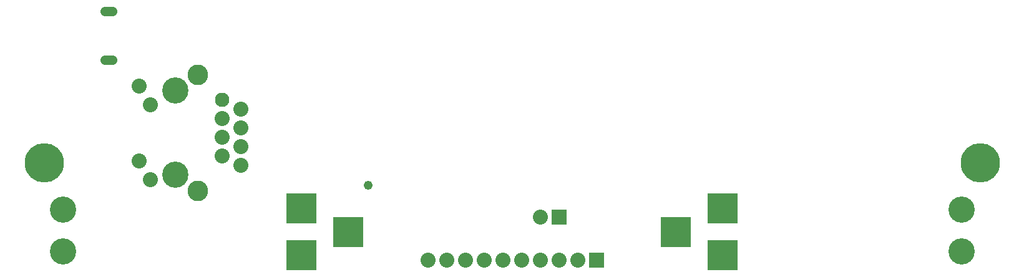
<source format=gbr>
G04 EAGLE Gerber RS-274X export*
G75*
%MOMM*%
%FSLAX34Y34*%
%LPD*%
%INSoldermask Bottom*%
%IPPOS*%
%AMOC8*
5,1,8,0,0,1.08239X$1,22.5*%
G01*
%ADD10C,5.334000*%
%ADD11C,3.556000*%
%ADD12C,1.270000*%
%ADD13C,2.032000*%
%ADD14C,1.954000*%
%ADD15C,2.794000*%
%ADD16C,3.554000*%
%ADD17R,4.064000X4.064000*%
%ADD18R,2.032000X2.032000*%
%ADD19C,1.210400*%


D10*
X50800Y152400D03*
X1320800Y152400D03*
D11*
X76200Y88900D03*
X76200Y31750D03*
X1295400Y31750D03*
X1295400Y88900D03*
D12*
X143430Y358120D02*
X133270Y358120D01*
X133270Y292120D02*
X143430Y292120D01*
D13*
X317490Y148598D03*
X292090Y161298D03*
X317490Y173998D03*
X292090Y186698D03*
X317490Y199398D03*
X292090Y212098D03*
X317490Y224798D03*
D14*
X292090Y237498D03*
D15*
X259090Y271798D03*
X259090Y114298D03*
D13*
X194804Y129785D03*
X179604Y256285D03*
X194809Y230904D03*
X179609Y155204D03*
D16*
X228590Y135898D03*
X228590Y250198D03*
D17*
X400050Y26670D03*
X400050Y90170D03*
X463550Y58420D03*
X971550Y26670D03*
X971550Y90170D03*
X908050Y58420D03*
D18*
X800100Y20320D03*
D13*
X774700Y20320D03*
X749300Y20320D03*
X723900Y20320D03*
X698500Y20320D03*
X673100Y20320D03*
X647700Y20320D03*
X622300Y20320D03*
X596900Y20320D03*
X571500Y20320D03*
D18*
X749300Y78740D03*
D13*
X723900Y78740D03*
D19*
X490605Y121876D03*
M02*

</source>
